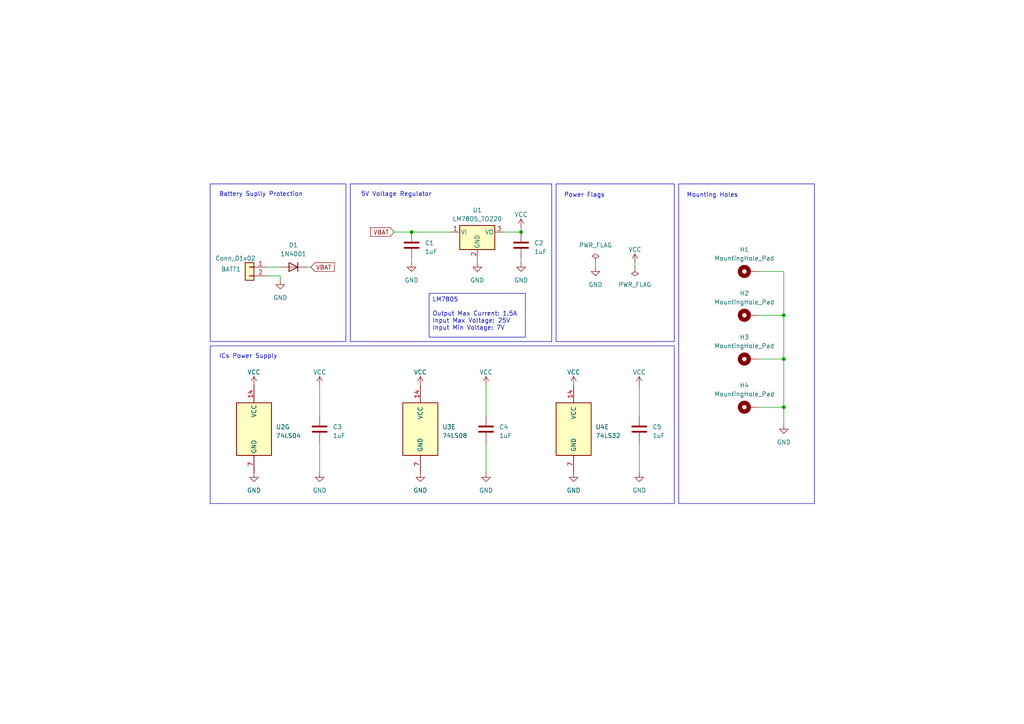
<source format=kicad_sch>
(kicad_sch (version 20231120) (generator "eeschema") (generator_version "8.0")
  (paper "A4")
  (title_block (title "Digital Dice") (date "2024-10-06") (company "Marcos Yonamine"))
  (lib_symbols
    (symbol "74xx:74LS04"
      (property "Reference" "U" (at 0 1.27 0))
      (property "Value" "74LS04" (at 0 -1.27 0))
      (symbol "74LS04_1_0"
        (polyline (pts (xy -3.81 3.81) (xy -3.81 -3.81) (xy 3.81 0) (xy -3.81 3.81)) (stroke (width 0.254)) (fill (type background)))
        (pin input line (at -7.62 0 0) (length 3.81) (name "~") (number "1"))
        (pin output inverted (at 7.62 0 180) (length 3.81) (name "~") (number "2"))
      )
      (symbol "74LS04_2_0"
        (polyline (pts (xy -3.81 3.81) (xy -3.81 -3.81) (xy 3.81 0) (xy -3.81 3.81)) (stroke (width 0.254)) (fill (type background)))
        (pin input line (at -7.62 0 0) (length 3.81) (name "~") (number "3"))
        (pin output inverted (at 7.62 0 180) (length 3.81) (name "~") (number "4"))
      )
      (symbol "74LS04_3_0"
        (polyline (pts (xy -3.81 3.81) (xy -3.81 -3.81) (xy 3.81 0) (xy -3.81 3.81)) (stroke (width 0.254)) (fill (type background)))
        (pin input line (at -7.62 0 0) (length 3.81) (name "~") (number "5"))
        (pin output inverted (at 7.62 0 180) (length 3.81) (name "~") (number "6"))
      )
      (symbol "74LS04_4_0"
        (polyline (pts (xy -3.81 3.81) (xy -3.81 -3.81) (xy 3.81 0) (xy -3.81 3.81)) (stroke (width 0.254)) (fill (type background)))
        (pin output inverted (at 7.62 0 180) (length 3.81) (name "~") (number "8"))
        (pin input line (at -7.62 0 0) (length 3.81) (name "~") (number "9"))
      )
      (symbol "74LS04_5_0"
        (polyline (pts (xy -3.81 3.81) (xy -3.81 -3.81) (xy 3.81 0) (xy -3.81 3.81)) (stroke (width 0.254)) (fill (type background)))
        (pin output inverted (at 7.62 0 180) (length 3.81) (name "~") (number "10"))
        (pin input line (at -7.62 0 0) (length 3.81) (name "~") (number "11"))
      )
      (symbol "74LS04_6_0"
        (polyline (pts (xy -3.81 3.81) (xy -3.81 -3.81) (xy 3.81 0) (xy -3.81 3.81)) (stroke (width 0.254)) (fill (type background)))
        (pin output inverted (at 7.62 0 180) (length 3.81) (name "~") (number "12"))
        (pin input line (at -7.62 0 0) (length 3.81) (name "~") (number "13"))
      )
      (symbol "74LS04_7_0"
        (pin power_in line (at 0 12.7 270) (length 5.08) (name "VCC") (number "14"))
        (pin power_in line (at 0 -12.7 90) (length 5.08) (name "GND") (number "7"))
      )
      (symbol "74LS04_7_1"
        (rectangle (start -5.08 7.62) (end 5.08 -7.62) (stroke (width 0.254)) (fill (type background)))
      )
    )
    (symbol "74xx:74LS08" (pin_names (offset 1.016))
      (property "Reference" "U" (at 0 1.27 0))
      (property "Value" "74LS08" (at 0 -1.27 0))
      (symbol "74LS08_1_1"
        (arc (start 0 -3.81) (mid 3.7934 0) (end 0 3.81) (stroke (width 0.254)) (fill (type background)))
        (polyline (pts (xy 0 3.81) (xy -3.81 3.81) (xy -3.81 -3.81) (xy 0 -3.81)) (stroke (width 0.254)) (fill (type background)))
        (pin input line (at -7.62 2.54 0) (length 3.81) (name "~") (number "1"))
        (pin input line (at -7.62 -2.54 0) (length 3.81) (name "~") (number "2"))
        (pin output line (at 7.62 0 180) (length 3.81) (name "~") (number "3"))
      )
      (symbol "74LS08_1_2"
        (arc (start -3.81 -3.81) (mid -2.589 0) (end -3.81 3.81) (stroke (width 0.254)))
        (arc (start -0.6096 -3.81) (mid 2.1842 -2.5851) (end 3.81 0) (stroke (width 0.254)) (fill (type background)))
        (polyline (pts (xy -3.81 -3.81) (xy -0.635 -3.81)) (stroke (width 0.254)) (fill (type background)))
        (polyline (pts (xy -3.81 3.81) (xy -0.635 3.81)) (stroke (width 0.254)) (fill (type background)))
        (polyline (pts (xy -0.635 3.81) (xy -3.81 3.81) (xy -3.81 3.81) (xy -3.556 3.4036) (xy -3.0226 2.2606) (xy -2.6924 1.0414) (xy -2.6162 -0.254) (xy -2.7686 -1.4986) (xy -3.175 -2.7178) (xy -3.81 -3.81) (xy -3.81 -3.81) (xy -0.635 -3.81)) (stroke (width -25.4)) (fill (type background)))
        (arc (start 3.81 0) (mid 2.1915 2.5936) (end -0.6096 3.81) (stroke (width 0.254)) (fill (type background)))
        (pin input inverted (at -7.62 2.54 0) (length 4.318) (name "~") (number "1"))
        (pin input inverted (at -7.62 -2.54 0) (length 4.318) (name "~") (number "2"))
        (pin output inverted (at 7.62 0 180) (length 3.81) (name "~") (number "3"))
      )
      (symbol "74LS08_2_1"
        (arc (start 0 -3.81) (mid 3.7934 0) (end 0 3.81) (stroke (width 0.254)) (fill (type background)))
        (polyline (pts (xy 0 3.81) (xy -3.81 3.81) (xy -3.81 -3.81) (xy 0 -3.81)) (stroke (width 0.254)) (fill (type background)))
        (pin input line (at -7.62 2.54 0) (length 3.81) (name "~") (number "4"))
        (pin input line (at -7.62 -2.54 0) (length 3.81) (name "~") (number "5"))
        (pin output line (at 7.62 0 180) (length 3.81) (name "~") (number "6"))
      )
      (symbol "74LS08_2_2"
        (arc (start -3.81 -3.81) (mid -2.589 0) (end -3.81 3.81) (stroke (width 0.254)))
        (arc (start -0.6096 -3.81) (mid 2.1842 -2.5851) (end 3.81 0) (stroke (width 0.254)) (fill (type background)))
        (polyline (pts (xy -3.81 -3.81) (xy -0.635 -3.81)) (stroke (width 0.254)) (fill (type background)))
        (polyline (pts (xy -3.81 3.81) (xy -0.635 3.81)) (stroke (width 0.254)) (fill (type background)))
        (polyline (pts (xy -0.635 3.81) (xy -3.81 3.81) (xy -3.81 3.81) (xy -3.556 3.4036) (xy -3.0226 2.2606) (xy -2.6924 1.0414) (xy -2.6162 -0.254) (xy -2.7686 -1.4986) (xy -3.175 -2.7178) (xy -3.81 -3.81) (xy -3.81 -3.81) (xy -0.635 -3.81)) (stroke (width -25.4)) (fill (type background)))
        (arc (start 3.81 0) (mid 2.1915 2.5936) (end -0.6096 3.81) (stroke (width 0.254)) (fill (type background)))
        (pin input inverted (at -7.62 2.54 0) (length 4.318) (name "~") (number "4"))
        (pin input inverted (at -7.62 -2.54 0) (length 4.318) (name "~") (number "5"))
        (pin output inverted (at 7.62 0 180) (length 3.81) (name "~") (number "6"))
      )
      (symbol "74LS08_3_1"
        (arc (start 0 -3.81) (mid 3.7934 0) (end 0 3.81) (stroke (width 0.254)) (fill (type background)))
        (polyline (pts (xy 0 3.81) (xy -3.81 3.81) (xy -3.81 -3.81) (xy 0 -3.81)) (stroke (width 0.254)) (fill (type background)))
        (pin input line (at -7.62 -2.54 0) (length 3.81) (name "~") (number "10"))
        (pin output line (at 7.62 0 180) (length 3.81) (name "~") (number "8"))
        (pin input line (at -7.62 2.54 0) (length 3.81) (name "~") (number "9"))
      )
      (symbol "74LS08_3_2"
        (arc (start -3.81 -3.81) (mid -2.589 0) (end -3.81 3.81) (stroke (width 0.254)))
        (arc (start -0.6096 -3.81) (mid 2.1842 -2.5851) (end 3.81 0) (stroke (width 0.254)) (fill (type background)))
        (polyline (pts (xy -3.81 -3.81) (xy -0.635 -3.81)) (stroke (width 0.254)) (fill (type background)))
        (polyline (pts (xy -3.81 3.81) (xy -0.635 3.81)) (stroke (width 0.254)) (fill (type background)))
        (polyline (pts (xy -0.635 3.81) (xy -3.81 3.81) (xy -3.81 3.81) (xy -3.556 3.4036) (xy -3.0226 2.2606) (xy -2.6924 1.0414) (xy -2.6162 -0.254) (xy -2.7686 -1.4986) (xy -3.175 -2.7178) (xy -3.81 -3.81) (xy -3.81 -3.81) (xy -0.635 -3.81)) (stroke (width -25.4)) (fill (type background)))
        (arc (start 3.81 0) (mid 2.1915 2.5936) (end -0.6096 3.81) (stroke (width 0.254)) (fill (type background)))
        (pin input inverted (at -7.62 -2.54 0) (length 4.318) (name "~") (number "10"))
        (pin output inverted (at 7.62 0 180) (length 3.81) (name "~") (number "8"))
        (pin input inverted (at -7.62 2.54 0) (length 4.318) (name "~") (number "9"))
      )
      (symbol "74LS08_4_1"
        (arc (start 0 -3.81) (mid 3.7934 0) (end 0 3.81) (stroke (width 0.254)) (fill (type background)))
        (polyline (pts (xy 0 3.81) (xy -3.81 3.81) (xy -3.81 -3.81) (xy 0 -3.81)) (stroke (width 0.254)) (fill (type background)))
        (pin output line (at 7.62 0 180) (length 3.81) (name "~") (number "11"))
        (pin input line (at -7.62 2.54 0) (length 3.81) (name "~") (number "12"))
        (pin input line (at -7.62 -2.54 0) (length 3.81) (name "~") (number "13"))
      )
      (symbol "74LS08_4_2"
        (arc (start -3.81 -3.81) (mid -2.589 0) (end -3.81 3.81) (stroke (width 0.254)))
        (arc (start -0.6096 -3.81) (mid 2.1842 -2.5851) (end 3.81 0) (stroke (width 0.254)) (fill (type background)))
        (polyline (pts (xy -3.81 -3.81) (xy -0.635 -3.81)) (stroke (width 0.254)) (fill (type background)))
        (polyline (pts (xy -3.81 3.81) (xy -0.635 3.81)) (stroke (width 0.254)) (fill (type background)))
        (polyline (pts (xy -0.635 3.81) (xy -3.81 3.81) (xy -3.81 3.81) (xy -3.556 3.4036) (xy -3.0226 2.2606) (xy -2.6924 1.0414) (xy -2.6162 -0.254) (xy -2.7686 -1.4986) (xy -3.175 -2.7178) (xy -3.81 -3.81) (xy -3.81 -3.81) (xy -0.635 -3.81)) (stroke (width -25.4)) (fill (type background)))
        (arc (start 3.81 0) (mid 2.1915 2.5936) (end -0.6096 3.81) (stroke (width 0.254)) (fill (type background)))
        (pin output inverted (at 7.62 0 180) (length 3.81) (name "~") (number "11"))
        (pin input inverted (at -7.62 2.54 0) (length 4.318) (name "~") (number "12"))
        (pin input inverted (at -7.62 -2.54 0) (length 4.318) (name "~") (number "13"))
      )
      (symbol "74LS08_5_0"
        (pin power_in line (at 0 12.7 270) (length 5.08) (name "VCC") (number "14"))
        (pin power_in line (at 0 -12.7 90) (length 5.08) (name "GND") (number "7"))
      )
      (symbol "74LS08_5_1"
        (rectangle (start -5.08 7.62) (end 5.08 -7.62) (stroke (width 0.254)) (fill (type background)))
      )
    )
    (symbol "74xx:74LS32" (pin_names (offset 1.016))
      (property "Reference" "U" (at 0 1.27 0))
      (property "Value" "74LS32" (at 0 -1.27 0))
      (symbol "74LS32_1_1"
        (arc (start -3.81 -3.81) (mid -2.589 0) (end -3.81 3.81) (stroke (width 0.254)))
        (arc (start -0.6096 -3.81) (mid 2.1842 -2.5851) (end 3.81 0) (stroke (width 0.254)) (fill (type background)))
        (polyline (pts (xy -3.81 -3.81) (xy -0.635 -3.81)) (stroke (width 0.254)) (fill (type background)))
        (polyline (pts (xy -3.81 3.81) (xy -0.635 3.81)) (stroke (width 0.254)) (fill (type background)))
        (polyline (pts (xy -0.635 3.81) (xy -3.81 3.81) (xy -3.81 3.81) (xy -3.556 3.4036) (xy -3.0226 2.2606) (xy -2.6924 1.0414) (xy -2.6162 -0.254) (xy -2.7686 -1.4986) (xy -3.175 -2.7178) (xy -3.81 -3.81) (xy -3.81 -3.81) (xy -0.635 -3.81)) (stroke (width -25.4)) (fill (type background)))
        (arc (start 3.81 0) (mid 2.1915 2.5936) (end -0.6096 3.81) (stroke (width 0.254)) (fill (type background)))
        (pin input line (at -7.62 2.54 0) (length 4.318) (name "~") (number "1"))
        (pin input line (at -7.62 -2.54 0) (length 4.318) (name "~") (number "2"))
        (pin output line (at 7.62 0 180) (length 3.81) (name "~") (number "3"))
      )
      (symbol "74LS32_1_2"
        (arc (start 0 -3.81) (mid 3.7934 0) (end 0 3.81) (stroke (width 0.254)) (fill (type background)))
        (polyline (pts (xy 0 3.81) (xy -3.81 3.81) (xy -3.81 -3.81) (xy 0 -3.81)) (stroke (width 0.254)) (fill (type background)))
        (pin input inverted (at -7.62 2.54 0) (length 3.81) (name "~") (number "1"))
        (pin input inverted (at -7.62 -2.54 0) (length 3.81) (name "~") (number "2"))
        (pin output inverted (at 7.62 0 180) (length 3.81) (name "~") (number "3"))
      )
      (symbol "74LS32_2_1"
        (arc (start -3.81 -3.81) (mid -2.589 0) (end -3.81 3.81) (stroke (width 0.254)))
        (arc (start -0.6096 -3.81) (mid 2.1842 -2.5851) (end 3.81 0) (stroke (width 0.254)) (fill (type background)))
        (polyline (pts (xy -3.81 -3.81) (xy -0.635 -3.81)) (stroke (width 0.254)) (fill (type background)))
        (polyline (pts (xy -3.81 3.81) (xy -0.635 3.81)) (stroke (width 0.254)) (fill (type background)))
        (polyline (pts (xy -0.635 3.81) (xy -3.81 3.81) (xy -3.81 3.81) (xy -3.556 3.4036) (xy -3.0226 2.2606) (xy -2.6924 1.0414) (xy -2.6162 -0.254) (xy -2.7686 -1.4986) (xy -3.175 -2.7178) (xy -3.81 -3.81) (xy -3.81 -3.81) (xy -0.635 -3.81)) (stroke (width -25.4)) (fill (type background)))
        (arc (start 3.81 0) (mid 2.1915 2.5936) (end -0.6096 3.81) (stroke (width 0.254)) (fill (type background)))
        (pin input line (at -7.62 2.54 0) (length 4.318) (name "~") (number "4"))
        (pin input line (at -7.62 -2.54 0) (length 4.318) (name "~") (number "5"))
        (pin output line (at 7.62 0 180) (length 3.81) (name "~") (number "6"))
      )
      (symbol "74LS32_2_2"
        (arc (start 0 -3.81) (mid 3.7934 0) (end 0 3.81) (stroke (width 0.254)) (fill (type background)))
        (polyline (pts (xy 0 3.81) (xy -3.81 3.81) (xy -3.81 -3.81) (xy 0 -3.81)) (stroke (width 0.254)) (fill (type background)))
        (pin input inverted (at -7.62 2.54 0) (length 3.81) (name "~") (number "4"))
        (pin input inverted (at -7.62 -2.54 0) (length 3.81) (name "~") (number "5"))
        (pin output inverted (at 7.62 0 180) (length 3.81) (name "~") (number "6"))
      )
      (symbol "74LS32_3_1"
        (arc (start -3.81 -3.81) (mid -2.589 0) (end -3.81 3.81) (stroke (width 0.254)))
        (arc (start -0.6096 -3.81) (mid 2.1842 -2.5851) (end 3.81 0) (stroke (width 0.254)) (fill (type background)))
        (polyline (pts (xy -3.81 -3.81) (xy -0.635 -3.81)) (stroke (width 0.254)) (fill (type background)))
        (polyline (pts (xy -3.81 3.81) (xy -0.635 3.81)) (stroke (width 0.254)) (fill (type background)))
        (polyline (pts (xy -0.635 3.81) (xy -3.81 3.81) (xy -3.81 3.81) (xy -3.556 3.4036) (xy -3.0226 2.2606) (xy -2.6924 1.0414) (xy -2.6162 -0.254) (xy -2.7686 -1.4986) (xy -3.175 -2.7178) (xy -3.81 -3.81) (xy -3.81 -3.81) (xy -0.635 -3.81)) (stroke (width -25.4)) (fill (type background)))
        (arc (start 3.81 0) (mid 2.1915 2.5936) (end -0.6096 3.81) (stroke (width 0.254)) (fill (type background)))
        (pin input line (at -7.62 -2.54 0) (length 4.318) (name "~") (number "10"))
        (pin output line (at 7.62 0 180) (length 3.81) (name "~") (number "8"))
        (pin input line (at -7.62 2.54 0) (length 4.318) (name "~") (number "9"))
      )
      (symbol "74LS32_3_2"
        (arc (start 0 -3.81) (mid 3.7934 0) (end 0 3.81) (stroke (width 0.254)) (fill (type background)))
        (polyline (pts (xy 0 3.81) (xy -3.81 3.81) (xy -3.81 -3.81) (xy 0 -3.81)) (stroke (width 0.254)) (fill (type background)))
        (pin input inverted (at -7.62 -2.54 0) (length 3.81) (name "~") (number "10"))
        (pin output inverted (at 7.62 0 180) (length 3.81) (name "~") (number "8"))
        (pin input inverted (at -7.62 2.54 0) (length 3.81) (name "~") (number "9"))
      )
      (symbol "74LS32_4_1"
        (arc (start -3.81 -3.81) (mid -2.589 0) (end -3.81 3.81) (stroke (width 0.254)))
        (arc (start -0.6096 -3.81) (mid 2.1842 -2.5851) (end 3.81 0) (stroke (width 0.254)) (fill (type background)))
        (polyline (pts (xy -3.81 -3.81) (xy -0.635 -3.81)) (stroke (width 0.254)) (fill (type background)))
        (polyline (pts (xy -3.81 3.81) (xy -0.635 3.81)) (stroke (width 0.254)) (fill (type background)))
        (polyline (pts (xy -0.635 3.81) (xy -3.81 3.81) (xy -3.81 3.81) (xy -3.556 3.4036) (xy -3.0226 2.2606) (xy -2.6924 1.0414) (xy -2.6162 -0.254) (xy -2.7686 -1.4986) (xy -3.175 -2.7178) (xy -3.81 -3.81) (xy -3.81 -3.81) (xy -0.635 -3.81)) (stroke (width -25.4)) (fill (type background)))
        (arc (start 3.81 0) (mid 2.1915 2.5936) (end -0.6096 3.81) (stroke (width 0.254)) (fill (type background)))
        (pin output line (at 7.62 0 180) (length 3.81) (name "~") (number "11"))
        (pin input line (at -7.62 2.54 0) (length 4.318) (name "~") (number "12"))
        (pin input line (at -7.62 -2.54 0) (length 4.318) (name "~") (number "13"))
      )
      (symbol "74LS32_4_2"
        (arc (start 0 -3.81) (mid 3.7934 0) (end 0 3.81) (stroke (width 0.254)) (fill (type background)))
        (polyline (pts (xy 0 3.81) (xy -3.81 3.81) (xy -3.81 -3.81) (xy 0 -3.81)) (stroke (width 0.254)) (fill (type background)))
        (pin output inverted (at 7.62 0 180) (length 3.81) (name "~") (number "11"))
        (pin input inverted (at -7.62 2.54 0) (length 3.81) (name "~") (number "12"))
        (pin input inverted (at -7.62 -2.54 0) (length 3.81) (name "~") (number "13"))
      )
      (symbol "74LS32_5_0"
        (pin power_in line (at 0 12.7 270) (length 5.08) (name "VCC") (number "14"))
        (pin power_in line (at 0 -12.7 90) (length 5.08) (name "GND") (number "7"))
      )
      (symbol "74LS32_5_1"
        (rectangle (start -5.08 7.62) (end 5.08 -7.62) (stroke (width 0.254)) (fill (type background)))
      )
    )
    (symbol "Connector_Generic:Conn_01x02" (pin_names (offset 1.016) hide)
      (property "Reference" "J" (at 0 2.54 0))
      (property "Value" "Conn_01x02" (at 0 -5.08 0))
      (symbol "Conn_01x02_1_1"
        (rectangle (start -1.27 -2.413) (end 0 -2.667) (stroke (width 0.1524)))
        (rectangle (start -1.27 0.127) (end 0 -0.127) (stroke (width 0.1524)))
        (rectangle (start -1.27 1.27) (end 1.27 -3.81) (stroke (width 0.254)) (fill (type background)))
        (pin passive line (at -5.08 0 0) (length 3.81) (name "Pin_1") (number "1"))
        (pin passive line (at -5.08 -2.54 0) (length 3.81) (name "Pin_2") (number "2"))
      )
    )
    (symbol "Device:C" (pin_numbers hide) (pin_names (offset 0.254))
      (property "Reference" "C" (at 0.635 2.54 0))
      (property "Value" "C" (at 0.635 -2.54 0))
      (symbol "C_0_1"
        (polyline (pts (xy -2.032 -0.762) (xy 2.032 -0.762)) (stroke (width 0.508)))
        (polyline (pts (xy -2.032 0.762) (xy 2.032 0.762)) (stroke (width 0.508)))
      )
      (symbol "C_1_1"
        (pin passive line (at 0 3.81 270) (length 2.794) (name "~") (number "1"))
        (pin passive line (at 0 -3.81 90) (length 2.794) (name "~") (number "2"))
      )
    )
    (symbol "Diode:1N4001" (pin_numbers hide) (pin_names hide)
      (property "Reference" "D" (at 0 2.54 0))
      (property "Value" "1N4001" (at 0 -2.54 0))
      (symbol "1N4001_0_1"
        (polyline (pts (xy -1.27 1.27) (xy -1.27 -1.27)) (stroke (width 0.254)))
        (polyline (pts (xy 1.27 0) (xy -1.27 0)))
        (polyline (pts (xy 1.27 1.27) (xy 1.27 -1.27) (xy -1.27 0) (xy 1.27 1.27)) (stroke (width 0.254)))
      )
      (symbol "1N4001_1_1"
        (pin passive line (at -3.81 0 0) (length 2.54) (name "K") (number "1"))
        (pin passive line (at 3.81 0 180) (length 2.54) (name "A") (number "2"))
      )
    )
    (symbol "Mechanical:MountingHole_Pad" (pin_numbers hide) (pin_names (offset 1.016) hide) (exclude_from_sim yes) (in_bom no)
      (property "Reference" "H" (at 0 6.35 0))
      (property "Value" "MountingHole_Pad" (at 0 4.445 0))
      (symbol "MountingHole_Pad_0_1"
        (circle (center 0 1.27) (radius 1.27) (stroke (width 1.27)))
      )
      (symbol "MountingHole_Pad_1_1"
        (pin input line (at 0 -2.54 90) (length 2.54) (name "1") (number "1"))
      )
    )
    (symbol "Regulator_Linear:LM7805_TO220" (pin_names (offset 0.254))
      (property "Reference" "U" (at -3.81 3.175 0))
      (property "Value" "LM7805_TO220" (at 0 3.175 0))
      (symbol "LM7805_TO220_0_1"
        (rectangle (start -5.08 1.905) (end 5.08 -5.08) (stroke (width 0.254)) (fill (type background)))
      )
      (symbol "LM7805_TO220_1_1"
        (pin power_in line (at -7.62 0 0) (length 2.54) (name "VI") (number "1"))
        (pin power_in line (at 0 -7.62 90) (length 2.54) (name "GND") (number "2"))
        (pin power_out line (at 7.62 0 180) (length 2.54) (name "VO") (number "3"))
      )
    )
    (symbol "power:GND" (power) (pin_names (offset 0))
      (property "Value" "GND" (at 0 -3.81 0))
      (symbol "GND_0_1"
        (polyline (pts (xy 0 0) (xy 0 -1.27) (xy 1.27 -1.27) (xy 0 -2.54) (xy -1.27 -1.27) (xy 0 -1.27)))
      )
      (symbol "GND_1_1"
        (pin power_in line (at 0 0 270) (length 0) hide (name "GND") (number "1"))
      )
    )
    (symbol "power:PWR_FLAG" (power) (pin_numbers hide) (pin_names (offset 0) hide)
      (property "Value" "PWR_FLAG" (at 0 3.81 0))
      (symbol "PWR_FLAG_0_0"
        (pin power_out line (at 0 0 90) (length 0) (name "pwr") (number "1"))
      )
      (symbol "PWR_FLAG_0_1"
        (polyline (pts (xy 0 0) (xy 0 1.27) (xy -1.016 1.905) (xy 0 2.54) (xy 1.016 1.905) (xy 0 1.27)))
      )
    )
    (symbol "power:VCC" (power) (pin_names (offset 0))
      (property "Value" "VCC" (at 0 3.81 0))
      (symbol "VCC_0_1"
        (polyline (pts (xy -0.762 1.27) (xy 0 2.54)))
        (polyline (pts (xy 0 0) (xy 0 2.54)))
        (polyline (pts (xy 0 2.54) (xy 0.762 1.27)))
      )
      (symbol "VCC_1_1"
        (pin power_in line (at 0 0 90) (length 0) hide (name "VCC") (number "1"))
      )
    )
  )
  (junction (at 151.13 67.31))
  (junction (at 227.33 118.11))
  (junction (at 227.33 104.14))
  (junction (at 227.33 91.44))
  (junction (at 119.38 67.31))
  (wire (pts (xy 184.15 77.47) (xy 184.15 76.2)))
  (wire (pts (xy 81.28 80.01) (xy 81.28 81.28)))
  (wire (pts (xy 227.33 104.14) (xy 227.33 118.11)))
  (wire (pts (xy 88.9 77.47) (xy 90.17 77.47)))
  (wire (pts (xy 92.71 111.76) (xy 92.71 120.65)))
  (wire (pts (xy 114.3 67.31) (xy 119.38 67.31)))
  (wire (pts (xy 219.71 78.74) (xy 227.33 78.74)))
  (wire (pts (xy 185.42 111.76) (xy 185.42 120.65)))
  (wire (pts (xy 138.43 74.93) (xy 138.43 76.2)))
  (wire (pts (xy 140.97 128.27) (xy 140.97 137.16)))
  (wire (pts (xy 151.13 74.93) (xy 151.13 76.2)))
  (wire (pts (xy 92.71 128.27) (xy 92.71 137.16)))
  (wire (pts (xy 77.47 77.47) (xy 81.28 77.47)))
  (wire (pts (xy 227.33 91.44) (xy 227.33 104.14)))
  (wire (pts (xy 219.71 91.44) (xy 227.33 91.44)))
  (wire (pts (xy 151.13 66.04) (xy 151.13 67.31)))
  (wire (pts (xy 227.33 78.74) (xy 227.33 91.44)))
  (wire (pts (xy 140.97 111.76) (xy 140.97 120.65)))
  (wire (pts (xy 227.33 118.11) (xy 227.33 123.19)))
  (wire (pts (xy 151.13 67.31) (xy 146.05 67.31)))
  (wire (pts (xy 219.71 104.14) (xy 227.33 104.14)))
  (wire (pts (xy 185.42 128.27) (xy 185.42 137.16)))
  (wire (pts (xy 119.38 67.31) (xy 130.81 67.31)))
  (wire (pts (xy 77.47 80.01) (xy 81.28 80.01)))
  (wire (pts (xy 119.38 74.93) (xy 119.38 76.2)))
  (wire (pts (xy 172.72 76.2) (xy 172.72 77.47)))
  (wire (pts (xy 219.71 118.11) (xy 227.33 118.11)))
  (rectangle (start 161.29 53.34) (end 195.58 99.06))
  (rectangle (start 60.96 53.34) (end 100.33 99.06))
  (rectangle (start 101.6 53.34) (end 160.02 99.06))
  (rectangle (start 196.85 53.34) (end 236.22 146.05))
  (rectangle (start 60.96 100.33) (end 195.58 146.05))
  (text_box "LM7805\n\nOutput Max Current: 1.5A\nInput Max Voltage: 25V\nInput Min Voltage: 7V" (at 124.46 85.09 0) (size 27.94 12.7) (effects (font (size 1.27 1.27)) (justify left top)))
  (text "5V Voltage Regulator" (at 104.648 57.15 0) (effects (font (size 1.27 1.27)) (justify left bottom)))
  (text "ICs Power Supply" (at 63.5 104.14 0) (effects (font (size 1.27 1.27)) (justify left bottom)))
  (text "Mounting Holes" (at 199.136 57.404 0) (effects (font (size 1.27 1.27)) (justify left bottom)))
  (text "Battery Suplly Protection" (at 63.5 57.15 0) (effects (font (size 1.27 1.27)) (justify left bottom)))
  (text "Power Flags" (at 163.576 57.404 0) (effects (font (size 1.27 1.27)) (justify left bottom)))
  (global_label "VBAT" (shape input) (at 90.17 77.47 0) (property "Intersheetrefs" "${INTERSHEET_REFS}" (effects (hide yes))))
  (global_label "VBAT" (shape input) (at 114.3 67.31 180) (property "Intersheetrefs" "${INTERSHEET_REFS}" (effects (hide yes))))
  (symbol (lib_id "74xx:74LS04") (at 73.66 124.46 0) (unit 7) (exclude_from_sim yes)
    (property "Reference" "U2" (at 80.01 123.825 0) (effects (justify left)))
    (property "Value" "74LS04" (at 80.01 126.365 0) (effects (justify left)))
    (property "Footprint" "Package_DIP:DIP-14_W7.62mm" (effects (hide yes)))
    (property "Datasheet" "http://www.ti.com/lit/gpn/sn74LS04" (effects (hide yes)))
  )
  (symbol (lib_id "power:GND") (at 151.13 76.2 0) (unit 1)
    (property "Reference" "#PWR05" (effects (hide yes)))
    (property "Value" "GND" (at 151.13 81.28 0))
  )
  (symbol (lib_id "power:GND") (at 185.42 137.16 0) (unit 1)
    (property "Reference" "#PWR019" (effects (hide yes)))
    (property "Value" "GND" (at 185.42 142.24 0))
  )
  (symbol (lib_id "Device:C") (at 185.42 124.46 0) (unit 1)
    (property "Reference" "C5" (at 189.23 123.825 0) (effects (justify left)))
    (property "Value" "1uF" (at 189.23 126.365 0) (effects (justify left)))
    (property "Footprint" "Capacitor_THT:CP_Radial_D5.0mm_P2.50mm" (effects (hide yes)))
  )
  (symbol (lib_id "Mechanical:MountingHole_Pad") (at 217.17 91.44 90) (unit 1) (exclude_from_sim yes) (in_bom no)
    (property "Reference" "H2" (at 215.9 85.09 90))
    (property "Value" "MountingHole_Pad" (at 215.9 87.63 90))
    (property "Footprint" "MountingHole:MountingHole_4.3mm_M4_Pad_Via" (effects (hide yes)))
    (property "Description" "Mounting Hole with connection" (effects (hide yes)))
  )
  (symbol (lib_id "power:VCC") (at 166.37 111.76 0) (unit 1)
    (property "Reference" "#PWR016" (effects (hide yes)))
    (property "Value" "VCC" (at 166.37 107.95 0))
  )
  (symbol (lib_id "power:VCC") (at 92.71 111.76 0) (unit 1)
    (property "Reference" "#PWR010" (effects (hide yes)))
    (property "Value" "VCC" (at 92.71 107.95 0))
  )
  (symbol (lib_id "power:GND") (at 81.28 81.28 0) (unit 1)
    (property "Reference" "#PWR01" (effects (hide yes)))
    (property "Value" "GND" (at 81.28 86.36 0))
  )
  (symbol (lib_id "Mechanical:MountingHole_Pad") (at 217.17 78.74 90) (unit 1) (exclude_from_sim yes) (in_bom no)
    (property "Reference" "H1" (at 215.9 72.39 90))
    (property "Value" "MountingHole_Pad" (at 215.9 74.93 90))
    (property "Footprint" "MountingHole:MountingHole_4.3mm_M4_Pad_Via" (effects (hide yes)))
    (property "Description" "Mounting Hole with connection" (effects (hide yes)))
  )
  (symbol (lib_id "power:GND") (at 121.92 137.16 0) (unit 1)
    (property "Reference" "#PWR013" (effects (hide yes)))
    (property "Value" "GND" (at 121.92 142.24 0))
  )
  (symbol (lib_id "Device:C") (at 140.97 124.46 0) (unit 1)
    (property "Reference" "C4" (at 144.78 123.825 0) (effects (justify left)))
    (property "Value" "1uF" (at 144.78 126.365 0) (effects (justify left)))
    (property "Footprint" "Capacitor_THT:CP_Radial_D5.0mm_P2.50mm" (effects (hide yes)))
  )
  (symbol (lib_id "Connector_Generic:Conn_01x02") (at 72.39 77.47 0) (mirror y) (unit 1)
    (property "Reference" "BATT1" (at 69.85 78.105 0) (effects (justify left)))
    (property "Value" "Conn_01x02" (at 74.168 74.93 0) (effects (justify left)))
    (property "Footprint" "Connector_PinHeader_2.54mm:PinHeader_1x02_P2.54mm_Vertical" (effects (hide yes)))
  )
  (symbol (lib_id "power:GND") (at 138.43 76.2 0) (unit 1)
    (property "Reference" "#PWR03" (effects (hide yes)))
    (property "Value" "GND" (at 138.43 81.28 0))
  )
  (symbol (lib_id "Regulator_Linear:LM7805_TO220") (at 138.43 67.31 0) (unit 1)
    (property "Reference" "U1" (at 138.43 60.96 0))
    (property "Value" "LM7805_TO220" (at 138.43 63.5 0))
    (property "Footprint" "Package_TO_SOT_THT:TO-220-3_Horizontal_TabDown" (effects (hide yes)))
    (property "Datasheet" "https://www.onsemi.cn/PowerSolutions/document/MC7800-D.PDF" (effects (hide yes)))
  )
  (symbol (lib_id "power:GND") (at 166.37 137.16 0) (unit 1)
    (property "Reference" "#PWR017" (effects (hide yes)))
    (property "Value" "GND" (at 166.37 142.24 0))
  )
  (symbol (lib_id "Mechanical:MountingHole_Pad") (at 217.17 104.14 90) (unit 1) (exclude_from_sim yes) (in_bom no)
    (property "Reference" "H3" (at 215.9 97.79 90))
    (property "Value" "MountingHole_Pad" (at 215.9 100.33 90))
    (property "Footprint" "MountingHole:MountingHole_4.3mm_M4_Pad_Via" (effects (hide yes)))
    (property "Description" "Mounting Hole with connection" (effects (hide yes)))
  )
  (symbol (lib_id "Mechanical:MountingHole_Pad") (at 217.17 118.11 90) (unit 1) (exclude_from_sim yes) (in_bom no)
    (property "Reference" "H4" (at 215.9 111.76 90))
    (property "Value" "MountingHole_Pad" (at 215.9 114.3 90))
    (property "Footprint" "MountingHole:MountingHole_4.3mm_M4_Pad_Via" (effects (hide yes)))
    (property "Description" "Mounting Hole with connection" (effects (hide yes)))
  )
  (symbol (lib_id "power:VCC") (at 184.15 76.2 0) (unit 1)
    (property "Reference" "#PWR07" (effects (hide yes)))
    (property "Value" "VCC" (at 184.15 72.39 0))
  )
  (symbol (lib_id "Device:C") (at 119.38 71.12 0) (unit 1)
    (property "Reference" "C1" (at 123.19 70.485 0) (effects (justify left)))
    (property "Value" "1uF" (at 123.19 73.025 0) (effects (justify left)))
    (property "Footprint" "Capacitor_THT:CP_Radial_D5.0mm_P2.50mm" (effects (hide yes)))
  )
  (symbol (lib_id "power:GND") (at 227.33 123.19 0) (unit 1)
    (property "Reference" "#PWR031" (effects (hide yes)))
    (property "Value" "GND" (at 227.33 128.27 0))
  )
  (symbol (lib_id "power:GND") (at 140.97 137.16 0) (unit 1)
    (property "Reference" "#PWR015" (effects (hide yes)))
    (property "Value" "GND" (at 140.97 142.24 0))
  )
  (symbol (lib_id "power:GND") (at 119.38 76.2 0) (unit 1)
    (property "Reference" "#PWR02" (effects (hide yes)))
    (property "Value" "GND" (at 119.38 81.28 0))
  )
  (symbol (lib_id "74xx:74LS08") (at 121.92 124.46 0) (unit 5) (exclude_from_sim yes)
    (property "Reference" "U3" (at 128.27 123.825 0) (effects (justify left)))
    (property "Value" "74LS08" (at 128.27 126.365 0) (effects (justify left)))
    (property "Footprint" "Package_DIP:DIP-14_W7.62mm" (effects (hide yes)))
    (property "Datasheet" "http://www.ti.com/lit/gpn/sn74LS08" (effects (hide yes)))
  )
  (symbol (lib_id "Device:C") (at 92.71 124.46 0) (unit 1)
    (property "Reference" "C3" (at 96.52 123.825 0) (effects (justify left)))
    (property "Value" "1uF" (at 96.52 126.365 0) (effects (justify left)))
    (property "Footprint" "Capacitor_THT:CP_Radial_D5.0mm_P2.50mm" (effects (hide yes)))
  )
  (symbol (lib_id "power:GND") (at 172.72 77.47 0) (unit 1)
    (property "Reference" "#PWR06" (effects (hide yes)))
    (property "Value" "GND" (at 172.72 82.55 0))
  )
  (symbol (lib_id "power:PWR_FLAG") (at 172.72 76.2 0) (unit 1)
    (property "Reference" "#FLG01" (effects (hide yes)))
    (property "Value" "PWR_FLAG" (at 172.72 71.12 0))
  )
  (symbol (lib_id "power:GND") (at 73.66 137.16 0) (unit 1)
    (property "Reference" "#PWR09" (effects (hide yes)))
    (property "Value" "GND" (at 73.66 142.24 0))
  )
  (symbol (lib_id "power:VCC") (at 73.66 111.76 0) (unit 1)
    (property "Reference" "#PWR08" (effects (hide yes)))
    (property "Value" "VCC" (at 73.66 107.95 0))
  )
  (symbol (lib_id "Device:C") (at 151.13 71.12 0) (unit 1)
    (property "Reference" "C2" (at 154.94 70.485 0) (effects (justify left)))
    (property "Value" "1uF" (at 154.94 73.025 0) (effects (justify left)))
    (property "Footprint" "Capacitor_THT:CP_Radial_D5.0mm_P2.50mm" (effects (hide yes)))
  )
  (symbol (lib_id "power:VCC") (at 121.92 111.76 0) (unit 1)
    (property "Reference" "#PWR012" (effects (hide yes)))
    (property "Value" "VCC" (at 121.92 107.95 0))
  )
  (symbol (lib_id "power:VCC") (at 140.97 111.76 0) (unit 1)
    (property "Reference" "#PWR014" (effects (hide yes)))
    (property "Value" "VCC" (at 140.97 107.95 0))
  )
  (symbol (lib_id "power:PWR_FLAG") (at 184.15 77.47 180) (unit 1)
    (property "Reference" "#FLG02" (effects (hide yes)))
    (property "Value" "PWR_FLAG" (at 184.15 82.55 0))
  )
  (symbol (lib_id "Diode:1N4001") (at 85.09 77.47 180) (unit 1)
    (property "Reference" "D1" (at 85.09 71.12 0))
    (property "Value" "1N4001" (at 85.09 73.66 0))
    (property "Footprint" "Diode_THT:D_DO-41_SOD81_P10.16mm_Horizontal" (effects (hide yes)))
    (property "Datasheet" "http://www.vishay.com/docs/88503/1n4001.pdf" (effects (hide yes)))
    (property "Description" "50V 1A General Purpose Rectifier Diode, DO-41" (effects (hide yes)))
    (property "Sim.Device" "D" (effects (hide yes)))
    (property "Sim.Pins" "1=K 2=A" (effects (hide yes)))
  )
  (symbol (lib_id "power:VCC") (at 185.42 111.76 0) (unit 1)
    (property "Reference" "#PWR018" (effects (hide yes)))
    (property "Value" "VCC" (at 185.42 107.95 0))
  )
  (symbol (lib_id "74xx:74LS32") (at 166.37 124.46 0) (unit 5) (exclude_from_sim yes)
    (property "Reference" "U4" (at 172.72 123.825 0) (effects (justify left)))
    (property "Value" "74LS32" (at 172.72 126.365 0) (effects (justify left)))
    (property "Footprint" "Package_DIP:DIP-14_W7.62mm" (effects (hide yes)))
    (property "Datasheet" "http://www.ti.com/lit/gpn/sn74LS32" (effects (hide yes)))
  )
  (symbol (lib_id "power:GND") (at 92.71 137.16 0) (unit 1)
    (property "Reference" "#PWR011" (effects (hide yes)))
    (property "Value" "GND" (at 92.71 142.24 0))
  )
  (symbol (lib_id "power:VCC") (at 151.13 66.04 0) (unit 1)
    (property "Reference" "#PWR04" (effects (hide yes)))
    (property "Value" "VCC" (at 151.13 62.23 0))
  )
)
</source>
